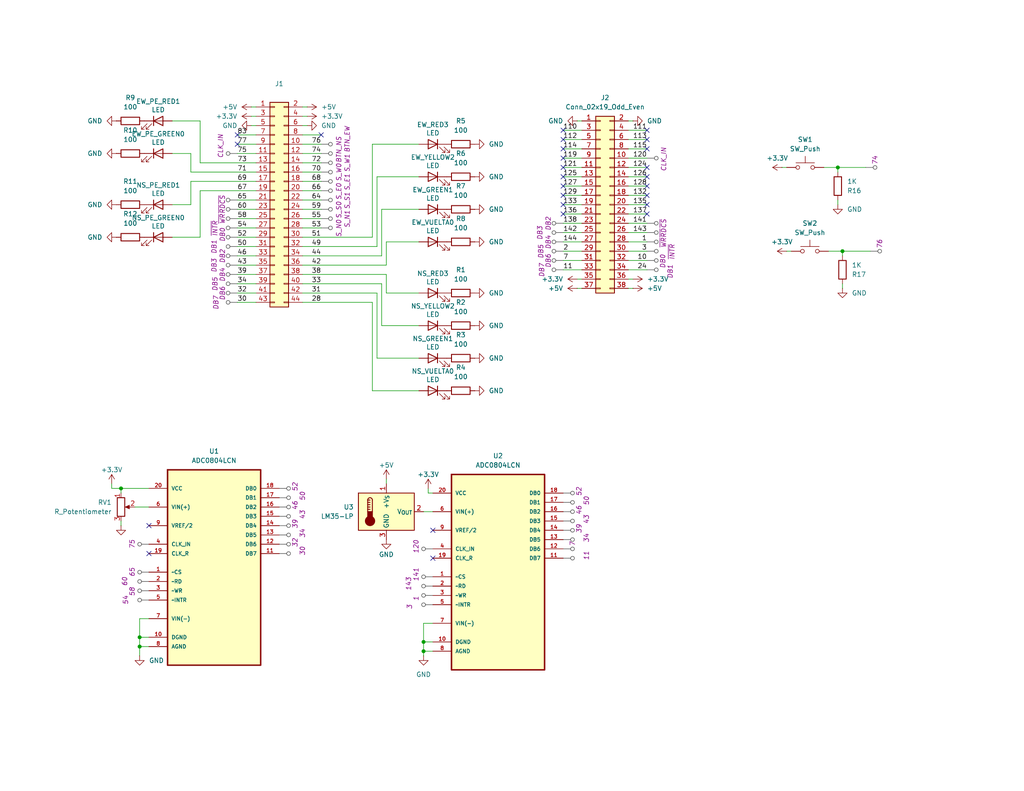
<source format=kicad_sch>
(kicad_sch (version 20231120) (generator "eeschema") (generator_version "8.0")
  (paper "USLetter")
  (title_block (title "Semaforo Inteligente"))
  (lib_symbols
    (symbol "ADC0804LCN:ADC0804LCN" (pin_names (offset 1.016))
      (property "Reference" "U" (at -5.8785 24.6338 0))
      (property "Value" "ADC0804LCN" (at -5.1859 -33.4032 0))
      (symbol "ADC0804LCN_0_0"
        (pin input line (at -17.78 -5.08 0) (length 5.08) (name "~CS") (number "1"))
        (pin passive line (at -17.78 -22.86 0) (length 5.08) (name "DGND") (number "10"))
        (pin passive line (at 17.78 0 180) (length 5.08) (name "DB7") (number "11"))
        (pin passive line (at 17.78 2.54 180) (length 5.08) (name "DB6") (number "12"))
        (pin passive line (at 17.78 5.08 180) (length 5.08) (name "DB5") (number "13"))
        (pin passive line (at 17.78 7.62 180) (length 5.08) (name "DB4") (number "14"))
        (pin passive line (at 17.78 10.16 180) (length 5.08) (name "DB3") (number "15"))
        (pin passive line (at 17.78 12.7 180) (length 5.08) (name "DB2") (number "16"))
        (pin passive line (at 17.78 15.24 180) (length 5.08) (name "DB1") (number "17"))
        (pin passive line (at 17.78 17.78 180) (length 5.08) (name "DB0") (number "18"))
        (pin input line (at -17.78 0 0) (length 5.08) (name "CLK_R") (number "19"))
        (pin input line (at -17.78 -7.62 0) (length 5.08) (name "~RD") (number "2"))
        (pin power_in line (at -17.78 17.78 0) (length 5.08) (name "VCC") (number "20"))
        (pin input line (at -17.78 -10.16 0) (length 5.08) (name "~WR") (number "3"))
        (pin input line (at -17.78 2.54 0) (length 5.08) (name "CLK_IN") (number "4"))
        (pin input line (at -17.78 -12.7 0) (length 5.08) (name "~INTR") (number "5"))
        (pin power_in line (at -17.78 12.7 0) (length 5.08) (name "VIN(+)") (number "6"))
        (pin power_in line (at -17.78 -17.78 0) (length 5.08) (name "VIN(-)") (number "7"))
        (pin passive line (at -17.78 -25.4 0) (length 5.08) (name "AGND") (number "8"))
        (pin input line (at -17.78 7.62 0) (length 5.08) (name "VREF/2") (number "9"))
      )
    )
    (symbol "Connector_Generic:Conn_02x19_Odd_Even" (pin_names (offset 1.016) hide)
      (property "Reference" "J" (at 1.27 25.4 0))
      (property "Value" "Conn_02x19_Odd_Even" (at 1.27 -25.4 0))
      (symbol "Conn_02x19_Odd_Even_1_1"
        (pin passive line (at -5.08 22.86 0) (length 3.81) (name "Pin_1") (number "1"))
        (pin passive line (at 7.62 12.7 180) (length 3.81) (name "Pin_10") (number "10"))
        (pin passive line (at -5.08 10.16 0) (length 3.81) (name "Pin_11") (number "11"))
        (pin passive line (at 7.62 10.16 180) (length 3.81) (name "Pin_12") (number "12"))
        (pin passive line (at -5.08 7.62 0) (length 3.81) (name "Pin_13") (number "13"))
        (pin passive line (at 7.62 7.62 180) (length 3.81) (name "Pin_14") (number "14"))
        (pin passive line (at -5.08 5.08 0) (length 3.81) (name "Pin_15") (number "15"))
        (pin passive line (at 7.62 5.08 180) (length 3.81) (name "Pin_16") (number "16"))
        (pin passive line (at -5.08 2.54 0) (length 3.81) (name "Pin_17") (number "17"))
        (pin passive line (at 7.62 2.54 180) (length 3.81) (name "Pin_18") (number "18"))
        (pin passive line (at -5.08 0 0) (length 3.81) (name "Pin_19") (number "19"))
        (pin passive line (at 7.62 22.86 180) (length 3.81) (name "Pin_2") (number "2"))
        (pin passive line (at 7.62 0 180) (length 3.81) (name "Pin_20") (number "20"))
        (pin passive line (at -5.08 -2.54 0) (length 3.81) (name "Pin_21") (number "21"))
        (pin passive line (at 7.62 -2.54 180) (length 3.81) (name "Pin_22") (number "22"))
        (pin passive line (at -5.08 -5.08 0) (length 3.81) (name "Pin_23") (number "23"))
        (pin passive line (at 7.62 -5.08 180) (length 3.81) (name "Pin_24") (number "24"))
        (pin passive line (at -5.08 -7.62 0) (length 3.81) (name "Pin_25") (number "25"))
        (pin passive line (at 7.62 -7.62 180) (length 3.81) (name "Pin_26") (number "26"))
        (pin passive line (at -5.08 -10.16 0) (length 3.81) (name "Pin_27") (number "27"))
        (pin passive line (at 7.62 -10.16 180) (length 3.81) (name "Pin_28") (number "28"))
        (pin passive line (at -5.08 -12.7 0) (length 3.81) (name "Pin_29") (number "29"))
        (pin passive line (at -5.08 20.32 0) (length 3.81) (name "Pin_3") (number "3"))
        (pin passive line (at 7.62 -12.7 180) (length 3.81) (name "Pin_30") (number "30"))
        (pin passive line (at -5.08 -15.24 0) (length 3.81) (name "Pin_31") (number "31"))
        (pin passive line (at 7.62 -15.24 180) (length 3.81) (name "Pin_32") (number "32"))
        (pin passive line (at -5.08 -17.78 0) (length 3.81) (name "Pin_33") (number "33"))
        (pin passive line (at 7.62 -17.78 180) (length 3.81) (name "Pin_34") (number "34"))
        (pin passive line (at -5.08 -20.32 0) (length 3.81) (name "Pin_35") (number "35"))
        (pin passive line (at 7.62 -20.32 180) (length 3.81) (name "Pin_36") (number "36"))
        (pin passive line (at -5.08 -22.86 0) (length 3.81) (name "Pin_37") (number "37"))
        (pin passive line (at 7.62 -22.86 180) (length 3.81) (name "Pin_38") (number "38"))
        (pin passive line (at 7.62 20.32 180) (length 3.81) (name "Pin_4") (number "4"))
        (pin passive line (at -5.08 17.78 0) (length 3.81) (name "Pin_5") (number "5"))
        (pin passive line (at 7.62 17.78 180) (length 3.81) (name "Pin_6") (number "6"))
        (pin passive line (at -5.08 15.24 0) (length 3.81) (name "Pin_7") (number "7"))
        (pin passive line (at 7.62 15.24 180) (length 3.81) (name "Pin_8") (number "8"))
        (pin passive line (at -5.08 12.7 0) (length 3.81) (name "Pin_9") (number "9"))
      )
    )
    (symbol "Connector_Generic:Conn_02x22_Odd_Even" (pin_names (offset 1.016) hide)
      (property "Reference" "J" (at 1.27 27.94 0))
      (property "Value" "Conn_02x22_Odd_Even" (at 1.27 -30.48 0))
      (symbol "Conn_02x22_Odd_Even_1_1"
        (pin passive line (at -5.08 25.4 0) (length 3.81) (name "Pin_1") (number "1"))
        (pin passive line (at 7.62 15.24 180) (length 3.81) (name "Pin_10") (number "10"))
        (pin passive line (at -5.08 12.7 0) (length 3.81) (name "Pin_11") (number "11"))
        (pin passive line (at 7.62 12.7 180) (length 3.81) (name "Pin_12") (number "12"))
        (pin passive line (at -5.08 10.16 0) (length 3.81) (name "Pin_13") (number "13"))
        (pin passive line (at 7.62 10.16 180) (length 3.81) (name "Pin_14") (number "14"))
        (pin passive line (at -5.08 7.62 0) (length 3.81) (name "Pin_15") (number "15"))
        (pin passive line (at 7.62 7.62 180) (length 3.81) (name "Pin_16") (number "16"))
        (pin passive line (at -5.08 5.08 0) (length 3.81) (name "Pin_17") (number "17"))
        (pin passive line (at 7.62 5.08 180) (length 3.81) (name "Pin_18") (number "18"))
        (pin passive line (at -5.08 2.54 0) (length 3.81) (name "Pin_19") (number "19"))
        (pin passive line (at 7.62 25.4 180) (length 3.81) (name "Pin_2") (number "2"))
        (pin passive line (at 7.62 2.54 180) (length 3.81) (name "Pin_20") (number "20"))
        (pin passive line (at -5.08 0 0) (length 3.81) (name "Pin_21") (number "21"))
        (pin passive line (at 7.62 0 180) (length 3.81) (name "Pin_22") (number "22"))
        (pin passive line (at -5.08 -2.54 0) (length 3.81) (name "Pin_23") (number "23"))
        (pin passive line (at 7.62 -2.54 180) (length 3.81) (name "Pin_24") (number "24"))
        (pin passive line (at -5.08 -5.08 0) (length 3.81) (name "Pin_25") (number "25"))
        (pin passive line (at 7.62 -5.08 180) (length 3.81) (name "Pin_26") (number "26"))
        (pin passive line (at -5.08 -7.62 0) (length 3.81) (name "Pin_27") (number "27"))
        (pin passive line (at 7.62 -7.62 180) (length 3.81) (name "Pin_28") (number "28"))
        (pin passive line (at -5.08 -10.16 0) (length 3.81) (name "Pin_29") (number "29"))
        (pin passive line (at -5.08 22.86 0) (length 3.81) (name "Pin_3") (number "3"))
        (pin passive line (at 7.62 -10.16 180) (length 3.81) (name "Pin_30") (number "30"))
        (pin passive line (at -5.08 -12.7 0) (length 3.81) (name "Pin_31") (number "31"))
        (pin passive line (at 7.62 -12.7 180) (length 3.81) (name "Pin_32") (number "32"))
        (pin passive line (at -5.08 -15.24 0) (length 3.81) (name "Pin_33") (number "33"))
        (pin passive line (at 7.62 -15.24 180) (length 3.81) (name "Pin_34") (number "34"))
        (pin passive line (at -5.08 -17.78 0) (length 3.81) (name "Pin_35") (number "35"))
        (pin passive line (at 7.62 -17.78 180) (length 3.81) (name "Pin_36") (number "36"))
        (pin passive line (at -5.08 -20.32 0) (length 3.81) (name "Pin_37") (number "37"))
        (pin passive line (at 7.62 -20.32 180) (length 3.81) (name "Pin_38") (number "38"))
        (pin passive line (at -5.08 -22.86 0) (length 3.81) (name "Pin_39") (number "39"))
        (pin passive line (at 7.62 22.86 180) (length 3.81) (name "Pin_4") (number "4"))
        (pin passive line (at 7.62 -22.86 180) (length 3.81) (name "Pin_40") (number "40"))
        (pin passive line (at -5.08 -25.4 0) (length 3.81) (name "Pin_41") (number "41"))
        (pin passive line (at 7.62 -25.4 180) (length 3.81) (name "Pin_42") (number "42"))
        (pin passive line (at -5.08 -27.94 0) (length 3.81) (name "Pin_43") (number "43"))
        (pin passive line (at 7.62 -27.94 180) (length 3.81) (name "Pin_44") (number "44"))
        (pin passive line (at -5.08 20.32 0) (length 3.81) (name "Pin_5") (number "5"))
        (pin passive line (at 7.62 20.32 180) (length 3.81) (name "Pin_6") (number "6"))
        (pin passive line (at -5.08 17.78 0) (length 3.81) (name "Pin_7") (number "7"))
        (pin passive line (at 7.62 17.78 180) (length 3.81) (name "Pin_8") (number "8"))
        (pin passive line (at -5.08 15.24 0) (length 3.81) (name "Pin_9") (number "9"))
      )
    )
    (symbol "Device:LED" (pin_numbers hide) (pin_names (offset 1.016) hide)
      (property "Reference" "D" (at 0 2.54 0))
      (property "Value" "LED" (at 0 -2.54 0))
      (symbol "LED_1_1"
        (pin passive line (at -3.81 0 0) (length 2.54) (name "K") (number "1"))
        (pin passive line (at 3.81 0 180) (length 2.54) (name "A") (number "2"))
      )
    )
    (symbol "Device:R" (pin_numbers hide) (pin_names (offset 0))
      (property "Reference" "R" (at 2.032 0 90))
      (property "Value" "R" (at 0 0 90))
      (symbol "R_1_1"
        (pin passive line (at 0 3.81 270) (length 1.27) (name "~") (number "1"))
        (pin passive line (at 0 -3.81 90) (length 1.27) (name "~") (number "2"))
      )
    )
    (symbol "Device:R_Potentiometer" (pin_names (offset 1.016) hide)
      (property "Reference" "RV" (at -4.445 0 90))
      (property "Value" "R_Potentiometer" (at -2.54 0 90))
      (symbol "R_Potentiometer_1_1"
        (pin passive line (at 0 3.81 270) (length 1.27) (name "1") (number "1"))
        (pin passive line (at 3.81 0 180) (length 1.27) (name "2") (number "2"))
        (pin passive line (at 0 -3.81 90) (length 1.27) (name "3") (number "3"))
      )
    )
    (symbol "Sensor_Temperature:LM35-LP"
      (property "Reference" "U" (at -6.35 6.35 0))
      (property "Value" "LM35-LP" (at 1.27 6.35 0))
      (symbol "LM35-LP_1_1"
        (pin power_in line (at 0 7.62 270) (length 2.54) (name "+V_{S}") (number "1"))
        (pin output line (at 10.16 0 180) (length 2.54) (name "V_{OUT}") (number "2"))
        (pin power_in line (at 0 -7.62 90) (length 2.54) (name "GND") (number "3"))
      )
    )
    (symbol "Switch:SW_Push" (pin_numbers hide) (pin_names (offset 1.016) hide)
      (property "Reference" "SW" (at 1.27 2.54 0))
      (property "Value" "SW_Push" (at 0 -1.524 0))
      (symbol "SW_Push_0_1"
        (pin passive line (at -5.08 0 0) (length 2.54) (name "1") (number "1"))
        (pin passive line (at 5.08 0 180) (length 2.54) (name "2") (number "2"))
      )
    )
    (symbol "power:+3.3V" (power) (pin_numbers hide) (pin_names (offset 0) hide)
      (property "Value" "+3.3V" (at 0 3.556 0))
      (symbol "+3.3V_1_1"
        (pin power_in line (at 0 0 90) (length 0) (name "~") (number "1"))
      )
    )
    (symbol "power:+5V" (power) (pin_numbers hide) (pin_names (offset 0) hide)
      (property "Value" "+5V" (at 0 3.556 0))
      (symbol "+5V_1_1"
        (pin power_in line (at 0 0 90) (length 0) (name "~") (number "1"))
      )
    )
    (symbol "power:GND" (power) (pin_numbers hide) (pin_names (offset 0) hide)
      (property "Value" "GND" (at 0 -3.81 0))
      (symbol "GND_1_1"
        (pin power_in line (at 0 0 270) (length 0) (name "~") (number "1"))
      )
    )
  )
  (junction (at 229.87 68.58))
  (junction (at 33.02 133.35))
  (junction (at 228.6 45.72))
  (junction (at 38.1 176.53))
  (junction (at 115.57 177.8))
  (junction (at 115.57 175.26))
  (junction (at 38.1 173.99))
  (no_connect (at 153.67 43.18))
  (no_connect (at 176.53 40.64))
  (no_connect (at 176.53 48.26))
  (no_connect (at 176.53 50.8))
  (no_connect (at 176.53 35.56))
  (no_connect (at 153.67 35.56))
  (no_connect (at 153.67 48.26))
  (no_connect (at 153.67 38.1))
  (no_connect (at 87.63 36.83))
  (no_connect (at 40.64 143.51))
  (no_connect (at 176.53 58.42))
  (no_connect (at 153.67 45.72))
  (no_connect (at 153.67 58.42))
  (no_connect (at 64.77 39.37))
  (no_connect (at 176.53 38.1))
  (no_connect (at 64.77 36.83))
  (no_connect (at 153.67 40.64))
  (no_connect (at 118.11 152.4))
  (no_connect (at 176.53 53.34))
  (no_connect (at 153.67 50.8))
  (no_connect (at 176.53 55.88))
  (no_connect (at 153.67 53.34))
  (no_connect (at 118.11 144.78))
  (no_connect (at 153.67 55.88))
  (no_connect (at 40.64 151.13))
  (no_connect (at 176.53 45.72))
  (wire (pts (xy 104.14 57.15) (xy 104.14 69.85)))
  (wire (pts (xy 68.58 34.29) (xy 69.85 34.29)))
  (wire (pts (xy 228.6 45.72) (xy 228.6 46.99)))
  (wire (pts (xy 46.99 33.02) (xy 54.61 33.02)))
  (wire (pts (xy 68.58 31.75) (xy 69.85 31.75)))
  (wire (pts (xy 64.77 54.61) (xy 69.85 54.61)))
  (wire (pts (xy 153.67 68.58) (xy 158.75 68.58)))
  (wire (pts (xy 64.77 80.01) (xy 69.85 80.01)))
  (wire (pts (xy 64.77 59.69) (xy 69.85 59.69)))
  (wire (pts (xy 153.67 38.1) (xy 158.75 38.1)))
  (wire (pts (xy 153.67 63.5) (xy 158.75 63.5)))
  (wire (pts (xy 214.63 68.58) (xy 215.9 68.58)))
  (wire (pts (xy 114.3 57.15) (xy 104.14 57.15)))
  (wire (pts (xy 87.63 57.15) (xy 82.55 57.15)))
  (wire (pts (xy 229.87 68.58) (xy 237.49 68.58)))
  (wire (pts (xy 157.48 76.2) (xy 158.75 76.2)))
  (wire (pts (xy 54.61 33.02) (xy 54.61 44.45)))
  (wire (pts (xy 176.53 60.96) (xy 171.45 60.96)))
  (wire (pts (xy 64.77 74.93) (xy 69.85 74.93)))
  (wire (pts (xy 82.55 41.91) (xy 87.63 41.91)))
  (wire (pts (xy 30.48 133.35) (xy 33.02 133.35)))
  (wire (pts (xy 115.57 139.7) (xy 118.11 139.7)))
  (wire (pts (xy 87.63 52.07) (xy 82.55 52.07)))
  (wire (pts (xy 46.99 41.91) (xy 52.07 41.91)))
  (wire (pts (xy 114.3 48.26) (xy 102.87 48.26)))
  (wire (pts (xy 176.53 73.66) (xy 171.45 73.66)))
  (wire (pts (xy 105.41 66.04) (xy 105.41 72.39)))
  (wire (pts (xy 83.82 31.75) (xy 82.55 31.75)))
  (wire (pts (xy 83.82 29.21) (xy 82.55 29.21)))
  (wire (pts (xy 101.6 106.68) (xy 101.6 82.55)))
  (wire (pts (xy 176.53 53.34) (xy 171.45 53.34)))
  (wire (pts (xy 33.02 133.35) (xy 40.64 133.35)))
  (wire (pts (xy 176.53 38.1) (xy 171.45 38.1)))
  (wire (pts (xy 115.57 177.8) (xy 115.57 175.26)))
  (wire (pts (xy 38.1 179.07) (xy 38.1 176.53)))
  (wire (pts (xy 33.02 142.24) (xy 33.02 143.51)))
  (wire (pts (xy 228.6 45.72) (xy 236.22 45.72)))
  (wire (pts (xy 114.3 88.9) (xy 104.14 88.9)))
  (wire (pts (xy 105.41 130.81) (xy 105.41 132.08)))
  (wire (pts (xy 224.79 45.72) (xy 228.6 45.72)))
  (wire (pts (xy 54.61 44.45) (xy 69.85 44.45)))
  (wire (pts (xy 105.41 80.01) (xy 105.41 74.93)))
  (wire (pts (xy 64.77 67.31) (xy 69.85 67.31)))
  (wire (pts (xy 52.07 41.91) (xy 52.07 46.99)))
  (wire (pts (xy 114.3 80.01) (xy 105.41 80.01)))
  (wire (pts (xy 171.45 33.02) (xy 172.72 33.02)))
  (wire (pts (xy 46.99 55.88) (xy 52.07 55.88)))
  (wire (pts (xy 114.3 97.79) (xy 102.87 97.79)))
  (wire (pts (xy 87.63 62.23) (xy 82.55 62.23)))
  (wire (pts (xy 226.06 68.58) (xy 229.87 68.58)))
  (wire (pts (xy 40.64 173.99) (xy 38.1 173.99)))
  (wire (pts (xy 229.87 78.74) (xy 229.87 77.47)))
  (wire (pts (xy 153.67 48.26) (xy 158.75 48.26)))
  (wire (pts (xy 176.53 55.88) (xy 171.45 55.88)))
  (wire (pts (xy 87.63 36.83) (xy 82.55 36.83)))
  (wire (pts (xy 38.1 173.99) (xy 38.1 168.91)))
  (wire (pts (xy 64.77 82.55) (xy 69.85 82.55)))
  (wire (pts (xy 157.48 33.02) (xy 158.75 33.02)))
  (wire (pts (xy 153.67 35.56) (xy 158.75 35.56)))
  (wire (pts (xy 176.53 68.58) (xy 171.45 68.58)))
  (wire (pts (xy 87.63 46.99) (xy 82.55 46.99)))
  (wire (pts (xy 64.77 77.47) (xy 69.85 77.47)))
  (wire (pts (xy 40.64 176.53) (xy 38.1 176.53)))
  (wire (pts (xy 114.3 106.68) (xy 101.6 106.68)))
  (wire (pts (xy 114.3 66.04) (xy 105.41 66.04)))
  (wire (pts (xy 64.77 57.15) (xy 69.85 57.15)))
  (wire (pts (xy 82.55 77.47) (xy 104.14 77.47)))
  (wire (pts (xy 116.84 134.62) (xy 116.84 133.35)))
  (wire (pts (xy 64.77 36.83) (xy 69.85 36.83)))
  (wire (pts (xy 176.53 43.18) (xy 171.45 43.18)))
  (wire (pts (xy 83.82 34.29) (xy 82.55 34.29)))
  (wire (pts (xy 87.63 59.69) (xy 82.55 59.69)))
  (wire (pts (xy 153.67 58.42) (xy 158.75 58.42)))
  (wire (pts (xy 153.67 40.64) (xy 158.75 40.64)))
  (wire (pts (xy 87.63 49.53) (xy 82.55 49.53)))
  (wire (pts (xy 176.53 45.72) (xy 171.45 45.72)))
  (wire (pts (xy 153.67 50.8) (xy 158.75 50.8)))
  (wire (pts (xy 82.55 67.31) (xy 102.87 67.31)))
  (wire (pts (xy 118.11 175.26) (xy 115.57 175.26)))
  (wire (pts (xy 213.36 45.72) (xy 214.63 45.72)))
  (wire (pts (xy 115.57 179.07) (xy 115.57 177.8)))
  (wire (pts (xy 176.53 48.26) (xy 171.45 48.26)))
  (wire (pts (xy 115.57 175.26) (xy 115.57 170.18)))
  (wire (pts (xy 52.07 49.53) (xy 69.85 49.53)))
  (wire (pts (xy 118.11 177.8) (xy 115.57 177.8)))
  (wire (pts (xy 153.67 60.96) (xy 158.75 60.96)))
  (wire (pts (xy 30.48 133.35) (xy 30.48 132.08)))
  (wire (pts (xy 38.1 168.91) (xy 40.64 168.91)))
  (wire (pts (xy 176.53 63.5) (xy 171.45 63.5)))
  (wire (pts (xy 176.53 40.64) (xy 171.45 40.64)))
  (wire (pts (xy 153.67 53.34) (xy 158.75 53.34)))
  (wire (pts (xy 33.02 133.35) (xy 33.02 134.62)))
  (wire (pts (xy 115.57 170.18) (xy 118.11 170.18)))
  (wire (pts (xy 64.77 69.85) (xy 69.85 69.85)))
  (wire (pts (xy 82.55 72.39) (xy 105.41 72.39)))
  (wire (pts (xy 153.67 73.66) (xy 158.75 73.66)))
  (wire (pts (xy 64.77 41.91) (xy 69.85 41.91)))
  (wire (pts (xy 229.87 68.58) (xy 229.87 69.85)))
  (wire (pts (xy 82.55 80.01) (xy 102.87 80.01)))
  (wire (pts (xy 153.67 43.18) (xy 158.75 43.18)))
  (wire (pts (xy 176.53 35.56) (xy 171.45 35.56)))
  (wire (pts (xy 102.87 97.79) (xy 102.87 80.01)))
  (wire (pts (xy 116.84 134.62) (xy 118.11 134.62)))
  (wire (pts (xy 82.55 82.55) (xy 101.6 82.55)))
  (wire (pts (xy 176.53 71.12) (xy 171.45 71.12)))
  (wire (pts (xy 157.48 78.74) (xy 158.75 78.74)))
  (wire (pts (xy 52.07 55.88) (xy 52.07 49.53)))
  (wire (pts (xy 54.61 64.77) (xy 54.61 52.07)))
  (wire (pts (xy 64.77 39.37) (xy 69.85 39.37)))
  (wire (pts (xy 171.45 78.74) (xy 172.72 78.74)))
  (wire (pts (xy 82.55 39.37) (xy 87.63 39.37)))
  (wire (pts (xy 38.1 176.53) (xy 38.1 173.99)))
  (wire (pts (xy 82.55 64.77) (xy 101.6 64.77)))
  (wire (pts (xy 101.6 39.37) (xy 101.6 64.77)))
  (wire (pts (xy 52.07 46.99) (xy 69.85 46.99)))
  (wire (pts (xy 102.87 48.26) (xy 102.87 67.31)))
  (wire (pts (xy 153.67 71.12) (xy 158.75 71.12)))
  (wire (pts (xy 54.61 52.07) (xy 69.85 52.07)))
  (wire (pts (xy 68.58 29.21) (xy 69.85 29.21)))
  (wire (pts (xy 82.55 69.85) (xy 104.14 69.85)))
  (wire (pts (xy 153.67 66.04) (xy 158.75 66.04)))
  (wire (pts (xy 64.77 62.23) (xy 69.85 62.23)))
  (wire (pts (xy 171.45 76.2) (xy 172.72 76.2)))
  (wire (pts (xy 36.83 138.43) (xy 40.64 138.43)))
  (wire (pts (xy 87.63 44.45) (xy 82.55 44.45)))
  (wire (pts (xy 104.14 88.9) (xy 104.14 77.47)))
  (wire (pts (xy 176.53 58.42) (xy 171.45 58.42)))
  (wire (pts (xy 114.3 39.37) (xy 101.6 39.37)))
  (wire (pts (xy 153.67 55.88) (xy 158.75 55.88)))
  (wire (pts (xy 46.99 64.77) (xy 54.61 64.77)))
  (wire (pts (xy 228.6 55.88) (xy 228.6 54.61)))
  (wire (pts (xy 64.77 64.77) (xy 69.85 64.77)))
  (wire (pts (xy 176.53 50.8) (xy 171.45 50.8)))
  (wire (pts (xy 64.77 72.39) (xy 69.85 72.39)))
  (wire (pts (xy 82.55 74.93) (xy 105.41 74.93)))
  (wire (pts (xy 87.63 54.61) (xy 82.55 54.61)))
  (wire (pts (xy 176.53 66.04) (xy 171.45 66.04)))
  (wire (pts (xy 153.67 45.72) (xy 158.75 45.72)))
  (label "54" (at 64.77 62.23 0))
  (label "128" (at 176.53 50.8 180))
  (label "68" (at 87.63 49.53 180))
  (label "133" (at 153.67 55.88 0))
  (label "125" (at 153.67 48.26 0))
  (label "42" (at 87.63 72.39 180))
  (label "124" (at 176.53 45.72 180))
  (label "113" (at 176.53 38.1 180))
  (label "66" (at 87.63 52.07 180))
  (label "71" (at 64.77 46.99 0))
  (label "76" (at 87.63 39.37 180))
  (label "64" (at 87.63 54.61 180))
  (label "50" (at 64.77 67.31 0))
  (label "3" (at 176.53 68.58 180))
  (label "137" (at 176.53 58.42 180))
  (label "120" (at 176.53 43.18 180))
  (label "10" (at 176.53 71.12 180))
  (label "142" (at 153.67 63.5 0))
  (label "138" (at 153.67 60.96 0))
  (label "43" (at 64.77 72.39 0))
  (label "44" (at 87.63 69.85 180))
  (label "38" (at 87.63 74.93 180))
  (label "28" (at 87.63 82.55 180))
  (label "11" (at 153.67 73.66 0))
  (label "121" (at 153.67 45.72 0))
  (label "110" (at 153.67 35.56 0))
  (label "112" (at 153.67 38.1 0))
  (label "119" (at 153.67 43.18 0))
  (label "24" (at 176.53 73.66 180))
  (label "1" (at 176.53 66.04 180))
  (label "67" (at 64.77 52.07 0))
  (label "126" (at 176.53 48.26 180))
  (label "55" (at 87.63 59.69 180))
  (label "65" (at 64.77 54.61 0))
  (label "135" (at 176.53 55.88 180))
  (label "51" (at 87.63 64.77 180))
  (label "49" (at 87.63 67.31 180))
  (label "34" (at 64.77 77.47 0))
  (label "143" (at 176.53 63.5 180))
  (label "114" (at 153.67 40.64 0))
  (label "69" (at 64.77 49.53 0))
  (label "70" (at 87.63 46.99 180))
  (label "115" (at 176.53 40.64 180))
  (label "2" (at 153.67 68.58 0))
  (label "46" (at 64.77 69.85 0))
  (label "72" (at 87.63 44.45 180))
  (label "39" (at 64.77 74.93 0))
  (label "52" (at 64.77 64.77 0))
  (label "141" (at 176.53 60.96 180))
  (label "60" (at 64.77 57.15 0))
  (label "144" (at 153.67 66.04 0))
  (label "111" (at 176.53 35.56 180))
  (label "7" (at 153.67 71.12 0))
  (label "77" (at 64.77 39.37 0))
  (label "127" (at 153.67 50.8 0))
  (label "31" (at 87.63 80.01 180))
  (label "53" (at 87.63 62.23 180))
  (label "30" (at 64.77 82.55 0))
  (label "74" (at 87.63 41.91 180))
  (label "129" (at 153.67 53.34 0))
  (label "75" (at 64.77 41.91 0))
  (label "33" (at 87.63 77.47 180))
  (label "83" (at 64.77 36.83 0))
  (label "58" (at 64.77 59.69 0))
  (label "132" (at 176.53 53.34 180))
  (label "32" (at 64.77 80.01 0))
  (label "136" (at 153.67 58.42 0))
  (label "73" (at 64.77 44.45 0))
  (label "59" (at 87.63 57.15 180))
  (netclass_flag "" (length 2.54) (shape round) (at 153.67 60.96 90) (property "Netclass" "DB2" (at 149.606 62.992 90) (effects (font (italic yes)) (justify left))))
  (netclass_flag "" (length 2.54) (shape round) (at 76.2 143.51 270) (property "Netclass" "39" (at 80.518 141.732 90) (effects (font (italic yes)) (justify right))))
  (netclass_flag "" (length 2.54) (shape round) (at 64.77 59.69 90) (property "Netclass" "~{WR}" (at 60.706 61.214 90) (effects (font (italic yes)) (justify left))))
  (netclass_flag "" (length 2.54) (shape round) (at 40.64 158.75 90) (property "Netclass" "60" (at 34.036 160.02 90) (effects (font (italic yes)) (justify left))))
  (netclass_flag "" (length 2.54) (shape round) (at 237.49 68.58 270) (property "Netclass" "76" (at 240.03 67.8815 90) (effects (font (italic yes)) (justify left))))
  (netclass_flag "" (length 2.54) (shape round) (at 87.63 49.53 270) (property "Netclass" "S_E1" (at 94.742 52.07 90) (effects (font (italic yes)) (justify left))))
  (netclass_flag "" (length 2.54) (shape round) (at 64.77 41.91 90) (property "Netclass" "CLK_IN" (at 60.198 43.18 90) (effects (font (italic yes)) (justify left))))
  (netclass_flag "" (length 2.54) (shape round) (at 176.53 66.04 270) (property "Netclass" "~{WR}" (at 181.102 64.77 90) (effects (font (italic yes)) (justify right))))
  (netclass_flag "" (length 2.54) (shape round) (at 153.67 147.32 270) (property "Netclass" "34" (at 160.02 145.542 90) (effects (font (italic yes)) (justify right))))
  (netclass_flag "" (length 2.54) (shape round) (at 176.53 73.66 270) (property "Netclass" "DB1" (at 182.88 72.136 90) (effects (font (italic yes)) (justify right))))
  (netclass_flag "" (length 2.54) (shape round) (at 76.2 148.59 270) (property "Netclass" "32" (at 80.518 146.812 90) (effects (font (italic yes)) (justify right))))
  (netclass_flag "" (length 2.54) (shape round) (at 236.22 45.72 270) (property "Netclass" "74" (at 238.76 45.0215 90) (effects (font (italic yes)) (justify left))))
  (netclass_flag "" (length 2.54) (shape round) (at 87.63 59.69 270) (property "Netclass" "S_N1" (at 94.742 62.23 90) (effects (font (italic yes)) (justify left))))
  (netclass_flag "" (length 2.54) (shape round) (at 64.77 69.85 90) (property "Netclass" "DB2" (at 60.706 71.882 90) (effects (font (italic yes)) (justify left))))
  (netclass_flag "" (length 2.54) (shape round) (at 40.64 161.29 90) (property "Netclass" "58" (at 36.068 162.814 90) (effects (font (italic yes)) (justify left))))
  (netclass_flag "" (length 2.54) (shape round) (at 153.67 149.86 270) (property "Netclass" "7" (at 156.21 149.1615 90) (effects (font (italic yes)) (justify left))))
  (netclass_flag "" (length 2.54) (shape round) (at 40.64 163.83 90) (property "Netclass" "54" (at 34.29 165.1 90) (effects (font (italic yes)) (justify left))))
  (netclass_flag "" (length 2.54) (shape round) (at 64.77 62.23 90) (property "Netclass" "~{INTR}" (at 58.674 64.516 90) (effects (font (italic yes)) (justify left))))
  (netclass_flag "" (length 2.54) (shape round) (at 76.2 138.43 270) (property "Netclass" "46" (at 80.518 136.652 90) (effects (font (italic yes)) (justify right))))
  (netclass_flag "" (length 2.54) (shape round) (at 87.63 46.99 270) (property "Netclass" "S_W0" (at 92.456 49.53 90) (effects (font (italic yes)) (justify left))))
  (netclass_flag "" (length 2.54) (shape round) (at 176.53 71.12 270) (property "Netclass" "DB0" (at 180.848 69.342 90) (effects (font (italic yes)) (justify right))))
  (netclass_flag "" (length 2.54) (shape round) (at 87.63 41.91 270) (property "Netclass" "BTN_NS" (at 92.456 44.45 90) (effects (font (italic yes)) (justify left))))
  (netclass_flag "" (length 2.54) (shape round) (at 153.67 66.04 90) (property "Netclass" "DB4" (at 149.606 68.072 90) (effects (font (italic yes)) (justify left))))
  (netclass_flag "" (length 2.54) (shape round) (at 153.67 71.12 90) (property "Netclass" "DB6" (at 149.606 73.152 90) (effects (font (italic yes)) (justify left))))
  (netclass_flag "" (length 2.54) (shape round) (at 64.77 54.61 90) (property "Netclass" "~{CS}" (at 60.706 55.88 90) (effects (font (italic yes)) (justify left))))
  (netclass_flag "" (length 2.54) (shape round) (at 64.77 74.93 90) (property "Netclass" "DB4" (at 60.706 76.962 90) (effects (font (italic yes)) (justify left))))
  (netclass_flag "" (length 2.54) (shape round) (at 76.2 146.05 270) (property "Netclass" "34" (at 82.55 144.272 90) (effects (font (italic yes)) (justify right))))
  (netclass_flag "" (length 2.54) (shape round) (at 76.2 151.13 270) (property "Netclass" "30" (at 82.55 149.098 90) (effects (font (italic yes)) (justify right))))
  (netclass_flag "" (length 2.54) (shape round) (at 153.67 142.24 270) (property "Netclass" "43" (at 160.02 140.462 90) (effects (font (italic yes)) (justify right))))
  (netclass_flag "" (length 2.54) (shape round) (at 76.2 140.97 270) (property "Netclass" "43" (at 82.55 139.192 90) (effects (font (italic yes)) (justify right))))
  (netclass_flag "" (length 2.54) (shape round) (at 87.63 52.07 270) (property "Netclass" "S_E0" (at 92.456 54.61 90) (effects (font (italic yes)) (justify left))))
  (netclass_flag "" (length 2.54) (shape round) (at 153.67 144.78 270) (property "Netclass" "39" (at 157.988 143.002 90) (effects (font (italic yes)) (justify right))))
  (netclass_flag "" (length 2.54) (shape round) (at 176.53 60.96 270) (property "Netclass" "~{CS}" (at 181.102 59.69 90) (effects (font (italic yes)) (justify right))))
  (netclass_flag "" (length 2.54) (shape round) (at 153.67 73.66 90) (property "Netclass" "DB7" (at 147.828 75.692 90) (effects (font (italic yes)) (justify left))))
  (netclass_flag "" (length 2.54) (shape round) (at 176.53 68.58 270) (property "Netclass" "~{INTR}" (at 183.388 66.548 90) (effects (font (italic yes)) (justify right))))
  (netclass_flag "" (length 2.54) (shape round) (at 118.11 157.48 90) (property "Netclass" "141" (at 113.538 158.75 90) (effects (font (italic yes)) (justify left))))
  (netclass_flag "" (length 2.54) (shape round) (at 153.67 68.58 90) (property "Netclass" "DB5" (at 147.574 70.612 90) (effects (font (italic yes)) (justify left))))
  (netclass_flag "" (length 2.54) (shape round) (at 118.11 149.86 90) (property "Netclass" "120" (at 113.538 151.13 90) (effects (font (italic yes)) (justify left))))
  (netclass_flag "" (length 2.54) (shape round) (at 64.77 67.31 90) (property "Netclass" "DB1" (at 58.42 69.342 90) (effects (font (italic yes)) (justify left))))
  (netclass_flag "" (length 2.54) (shape round) (at 87.63 57.15 270) (property "Netclass" "S_S0" (at 92.456 59.69 90) (effects (font (italic yes)) (justify left))))
  (netclass_flag "" (length 2.54) (shape round) (at 64.77 64.77 90) (property "Netclass" "DB0" (at 60.706 66.04 90) (effects (font (italic yes)) (justify left))))
  (netclass_flag "" (length 2.54) (shape round) (at 87.63 39.37 270) (property "Netclass" "BTN_EW" (at 94.742 41.656 90) (effects (font (italic yes)) (justify left))))
  (netclass_flag "" (length 2.54) (shape round) (at 176.53 43.18 270) (property "Netclass" "CLK_IN" (at 181.102 40.132 90) (effects (font (italic yes)) (justify right))))
  (netclass_flag "" (length 2.54) (shape round) (at 64.77 72.39 90) (property "Netclass" "DB3" (at 58.42 74.422 90) (effects (font (italic yes)) (justify left))))
  (netclass_flag "" (length 2.54) (shape round) (at 87.63 54.61 270) (property "Netclass" "S_S1" (at 94.742 57.15 90) (effects (font (italic yes)) (justify left))))
  (netclass_flag "" (length 2.54) (shape round) (at 118.11 162.56 90) (property "Netclass" "1" (at 113.538 164.084 90) (effects (font (italic yes)) (justify left))))
  (netclass_flag "" (length 2.54) (shape round) (at 40.64 148.59 90) (property "Netclass" "75" (at 36.068 149.86 90) (effects (font (italic yes)) (justify left))))
  (netclass_flag "" (length 2.54) (shape round) (at 76.2 133.35 270) (property "Netclass" "52" (at 80.518 131.572 90) (effects (font (italic yes)) (justify right))))
  (netclass_flag "" (length 2.54) (shape round) (at 118.11 165.1 90) (property "Netclass" "3" (at 111.76 166.37 90) (effects (font (italic yes)) (justify left))))
  (netclass_flag "" (length 2.54) (shape round) (at 153.67 139.7 270) (property "Netclass" "46" (at 157.988 137.922 90) (effects (font (italic yes)) (justify right))))
  (netclass_flag "" (length 2.54) (shape round) (at 153.67 137.16 270) (property "Netclass" "50" (at 160.02 135.382 90) (effects (font (italic yes)) (justify right))))
  (netclass_flag "" (length 2.54) (shape round) (at 64.77 77.47 90) (property "Netclass" "DB5" (at 58.674 79.502 90) (effects (font (italic yes)) (justify left))))
  (netclass_flag "" (length 2.54) (shape round) (at 40.64 156.21 90) (property "Netclass" "65" (at 36.068 157.48 90) (effects (font (italic yes)) (justify left))))
  (netclass_flag "" (length 2.54) (shape round) (at 176.53 63.5 270) (property "Netclass" "~{RD}" (at 181.102 62.23 90) (effects (font (italic yes)) (justify right))))
  (netclass_flag "" (length 2.54) (shape round) (at 118.11 160.02 90) (property "Netclass" "143" (at 111.506 161.29 90) (effects (font (italic yes)) (justify left))))
  (netclass_flag "" (length 2.54) (shape round) (at 87.63 44.45 270) (property "Netclass" "S_W1" (at 94.742 46.99 90) (effects (font (italic yes)) (justify left))))
  (netclass_flag "" (length 2.54) (shape round) (at 153.67 134.62 270) (property "Netclass" "52" (at 157.988 132.842 90) (effects (font (italic yes)) (justify right))))
  (netclass_flag "" (length 2.54) (shape round) (at 87.63 62.23 270) (property "Netclass" "S_N0" (at 92.456 64.77 90) (effects (font (italic yes)) (justify left))))
  (netclass_flag "" (length 2.54) (shape round) (at 64.77 80.01 90) (property "Netclass" "DB6" (at 60.706 82.042 90) (effects (font (italic yes)) (justify left))))
  (netclass_flag "" (length 2.54) (shape round) (at 153.67 152.4 270) (property "Netclass" "11" (at 160.02 150.368 90) (effects (font (italic yes)) (justify right))))
  (netclass_flag "" (length 2.54) (shape round) (at 153.67 63.5 90) (property "Netclass" "DB3" (at 147.32 65.532 90) (effects (font (italic yes)) (justify left))))
  (netclass_flag "" (length 2.54) (shape round) (at 64.77 57.15 90) (property "Netclass" "~{RD}" (at 60.706 58.42 90) (effects (font (italic yes)) (justify left))))
  (netclass_flag "" (length 2.54) (shape round) (at 76.2 135.89 270) (property "Netclass" "50" (at 82.55 134.112 90) (effects (font (italic yes)) (justify right))))
  (netclass_flag "" (length 2.54) (shape round) (at 64.77 82.55 90) (property "Netclass" "DB7" (at 58.928 84.582 90) (effects (font (italic yes)) (justify left))))
  (symbol (lib_id "power:GND") (at 38.1 179.07 0) (unit 1)
    (property "Reference" "#PWR09" (effects (hide yes)))
    (property "Value" "GND" (at 40.64 180.3399 0) (effects (justify left)))
    (property "Description" "Power symbol creates a global label with name \"GND\" , ground" (effects (hide yes)))
  )
  (symbol (lib_id "power:+3.3V") (at 157.48 76.2 90) (unit 1)
    (property "Reference" "#PWR037" (effects (hide yes)))
    (property "Value" "+3.3V" (at 153.67 76.1999 90) (effects (justify left)))
    (property "Description" "Power symbol creates a global label with name \"+3.3V\"" (effects (hide yes)))
  )
  (symbol (lib_id "Device:R") (at 125.73 48.26 270) (unit 1)
    (property "Reference" "R6" (at 125.73 41.91 90))
    (property "Value" "100" (at 125.73 44.45 90))
    (property "Description" "Resistor" (effects (hide yes)))
  )
  (symbol (lib_id "power:+5V") (at 157.48 78.74 90) (unit 1)
    (property "Reference" "#PWR035" (effects (hide yes)))
    (property "Value" "+5V" (at 153.67 78.7399 90) (effects (justify left)))
    (property "Description" "Power symbol creates a global label with name \"+5V\"" (effects (hide yes)))
  )
  (symbol (lib_id "Sensor_Temperature:LM35-LP") (at 105.41 139.7 0) (unit 1)
    (property "Reference" "U3" (at 96.52 138.4299 0) (effects (justify right)))
    (property "Value" "LM35-LP" (at 96.52 140.9699 0) (effects (justify right)))
    (property "Footprint" "Package_TO_SOT_THT:TO-92_Inline" (effects (hide yes)))
    (property "Datasheet" "http://www.ti.com/lit/ds/symlink/lm35.pdf" (effects (hide yes)))
    (property "Description" "Precision centigrade temperature sensor, TO-92" (effects (hide yes)))
  )
  (symbol (lib_id "power:GND") (at 129.54 97.79 90) (unit 1)
    (property "Reference" "#PWR013" (effects (hide yes)))
    (property "Value" "GND" (at 133.35 97.7899 90) (effects (justify right)))
    (property "Description" "Power symbol creates a global label with name \"GND\" , ground" (effects (hide yes)))
  )
  (symbol (lib_id "power:GND") (at 31.75 41.91 270) (mirror x) (unit 1)
    (property "Reference" "#PWR020" (effects (hide yes)))
    (property "Value" "GND" (at 27.94 41.9099 90) (effects (justify right)))
    (property "Description" "Power symbol creates a global label with name \"GND\" , ground" (effects (hide yes)))
  )
  (symbol (lib_id "ADC0804LCN:ADC0804LCN") (at 58.42 151.13 0) (unit 1)
    (property "Reference" "U1" (at 58.42 123.19 0))
    (property "Value" "ADC0804LCN" (at 58.42 125.73 0))
    (property "Footprint" "ADC0804LCN:DIP254P762X508-20" (effects (hide yes)))
    (property "MF" "Texas Instruments" (effects (hide yes)))
    (property "Description_1" "\n                        \n                            8 Bit Analog to Digital Converter 1 Input 1 SAR 20-PDIP\n                        \n" (effects (hide yes)))
    (property "PACKAGE" "20-DIP" (effects (hide yes)))
    (property "MPN" "ADC0804LCN" (effects (hide yes)))
    (property "Price" "None" (effects (hide yes)))
    (property "Package" "DIP-20 Texas Instruments" (effects (hide yes)))
    (property "OC_FARNELL" "9486593" (effects (hide yes)))
    (property "SnapEDA_Link" "https://www.snapeda.com/parts/ADC0804LCN/Texas+Instruments/view-part/?ref=snap" (effects (hide yes)))
    (property "MP" "ADC0804LCN" (effects (hide yes)))
    (property "SUPPLIER" "National Semiconductor" (effects (hide yes)))
    (property "OC_NEWARK" "07B4596" (effects (hide yes)))
    (property "Availability" "In Stock" (effects (hide yes)))
    (property "Check_prices" "https://www.snapeda.com/parts/ADC0804LCN/Texas+Instruments/view-part/?ref=eda" (effects (hide yes)))
  )
  (symbol (lib_id "Device:LED") (at 118.11 106.68 0) (mirror y) (unit 1)
    (property "Reference" "NS_VUELTA0" (at 118.11 101.346 0))
    (property "Value" "LED" (at 118.11 103.632 0))
    (property "Description" "Light emitting diode" (effects (hide yes)))
  )
  (symbol (lib_id "power:+3.3V") (at 214.63 68.58 90) (unit 1)
    (property "Reference" "#PWR029" (effects (hide yes)))
    (property "Value" "+3.3V" (at 213.36 66.04 90))
    (property "Description" "Power symbol creates a global label with name \"+3.3V\"" (effects (hide yes)))
  )
  (symbol (lib_id "Device:LED") (at 118.11 48.26 0) (mirror y) (unit 1)
    (property "Reference" "EW_YELLOW2" (at 118.11 42.926 0))
    (property "Value" "LED" (at 118.11 45.212 0))
    (property "Description" "Light emitting diode" (effects (hide yes)))
  )
  (symbol (lib_id "Switch:SW_Push") (at 220.98 68.58 0) (unit 1)
    (property "Reference" "SW2" (at 220.98 60.96 0))
    (property "Value" "SW_Push" (at 220.98 63.5 0))
    (property "Description" "Push button switch, generic, two pins" (effects (hide yes)))
  )
  (symbol (lib_id "Device:R") (at 35.56 33.02 90) (mirror x) (unit 1)
    (property "Reference" "R9" (at 35.56 26.67 90))
    (property "Value" "100" (at 35.56 29.21 90))
    (property "Description" "Resistor" (effects (hide yes)))
  )
  (symbol (lib_id "Device:R") (at 35.56 64.77 90) (mirror x) (unit 1)
    (property "Reference" "R12" (at 35.56 58.42 90))
    (property "Value" "100" (at 35.56 60.96 90))
    (property "Description" "Resistor" (effects (hide yes)))
  )
  (symbol (lib_id "power:+3.3V") (at 172.72 76.2 270) (mirror x) (unit 1)
    (property "Reference" "#PWR038" (effects (hide yes)))
    (property "Value" "+3.3V" (at 176.53 76.1999 90) (effects (justify left)))
    (property "Description" "Power symbol creates a global label with name \"+3.3V\"" (effects (hide yes)))
  )
  (symbol (lib_id "power:+5V") (at 83.82 29.21 270) (mirror x) (unit 1)
    (property "Reference" "#PWR04" (effects (hide yes)))
    (property "Value" "+5V" (at 87.63 29.2099 90) (effects (justify left)))
    (property "Description" "Power symbol creates a global label with name \"+5V\"" (effects (hide yes)))
  )
  (symbol (lib_id "power:GND") (at 229.87 78.74 0) (mirror y) (unit 1)
    (property "Reference" "#PWR026" (effects (hide yes)))
    (property "Value" "GND" (at 232.41 80.0101 0) (effects (justify right)))
    (property "Description" "Power symbol creates a global label with name \"GND\" , ground" (effects (hide yes)))
  )
  (symbol (lib_id "power:GND") (at 228.6 55.88 0) (mirror y) (unit 1)
    (property "Reference" "#PWR027" (effects (hide yes)))
    (property "Value" "GND" (at 231.14 57.1501 0) (effects (justify right)))
    (property "Description" "Power symbol creates a global label with name \"GND\" , ground" (effects (hide yes)))
  )
  (symbol (lib_id "Device:LED") (at 118.11 66.04 0) (mirror y) (unit 1)
    (property "Reference" "EW_VUELTA0" (at 118.11 60.706 0))
    (property "Value" "LED" (at 118.11 62.992 0))
    (property "Description" "Light emitting diode" (effects (hide yes)))
  )
  (symbol (lib_id "power:+5V") (at 105.41 130.81 0) (unit 1)
    (property "Reference" "#PWR032" (effects (hide yes)))
    (property "Value" "+5V" (at 105.41 127 0))
    (property "Description" "Power symbol creates a global label with name \"+5V\"" (effects (hide yes)))
  )
  (symbol (lib_id "Device:R") (at 229.87 73.66 0) (mirror x) (unit 1)
    (property "Reference" "R17" (at 232.41 74.9301 0) (effects (justify left)))
    (property "Value" "1K" (at 232.41 72.3901 0) (effects (justify left)))
    (property "Description" "Resistor" (effects (hide yes)))
  )
  (symbol (lib_id "Device:R") (at 228.6 50.8 0) (mirror x) (unit 1)
    (property "Reference" "R16" (at 231.14 52.0701 0) (effects (justify left)))
    (property "Value" "1K" (at 231.14 49.5301 0) (effects (justify left)))
    (property "Description" "Resistor" (effects (hide yes)))
  )
  (symbol (lib_id "power:+3.3V") (at 83.82 31.75 270) (mirror x) (unit 1)
    (property "Reference" "#PWR05" (effects (hide yes)))
    (property "Value" "+3.3V" (at 87.63 31.7499 90) (effects (justify left)))
    (property "Description" "Power symbol creates a global label with name \"+3.3V\"" (effects (hide yes)))
  )
  (symbol (lib_id "power:GND") (at 83.82 34.29 90) (mirror x) (unit 1)
    (property "Reference" "#PWR06" (effects (hide yes)))
    (property "Value" "GND" (at 87.63 34.2899 90) (effects (justify right)))
    (property "Description" "Power symbol creates a global label with name \"GND\" , ground" (effects (hide yes)))
  )
  (symbol (lib_id "power:GND") (at 68.58 34.29 270) (unit 1)
    (property "Reference" "#PWR01" (effects (hide yes)))
    (property "Value" "GND" (at 64.77 34.2899 90) (effects (justify right)))
    (property "Description" "Power symbol creates a global label with name \"GND\" , ground" (effects (hide yes)))
  )
  (symbol (lib_id "power:GND") (at 31.75 55.88 270) (mirror x) (unit 1)
    (property "Reference" "#PWR021" (effects (hide yes)))
    (property "Value" "GND" (at 27.94 55.8799 90) (effects (justify right)))
    (property "Description" "Power symbol creates a global label with name \"GND\" , ground" (effects (hide yes)))
  )
  (symbol (lib_id "power:GND") (at 115.57 179.07 0) (unit 1)
    (property "Reference" "#PWR031" (effects (hide yes)))
    (property "Value" "GND" (at 115.57 184.15 0))
    (property "Description" "Power symbol creates a global label with name \"GND\" , ground" (effects (hide yes)))
  )
  (symbol (lib_id "power:GND") (at 33.02 143.51 0) (unit 1)
    (property "Reference" "#PWR08" (effects (hide yes)))
    (property "Value" "GND" (effects (hide yes)))
    (property "Description" "Power symbol creates a global label with name \"GND\" , ground" (effects (hide yes)))
  )
  (symbol (lib_id "power:GND") (at 31.75 33.02 270) (mirror x) (unit 1)
    (property "Reference" "#PWR019" (effects (hide yes)))
    (property "Value" "GND" (at 27.94 33.0199 90) (effects (justify right)))
    (property "Description" "Power symbol creates a global label with name \"GND\" , ground" (effects (hide yes)))
  )
  (symbol (lib_id "power:GND") (at 31.75 64.77 270) (mirror x) (unit 1)
    (property "Reference" "#PWR022" (effects (hide yes)))
    (property "Value" "GND" (at 27.94 64.7699 90) (effects (justify right)))
    (property "Description" "Power symbol creates a global label with name \"GND\" , ground" (effects (hide yes)))
  )
  (symbol (lib_id "power:GND") (at 105.41 147.32 0) (unit 1)
    (property "Reference" "#PWR030" (effects (hide yes)))
    (property "Value" "GND" (at 105.41 151.384 0))
    (property "Description" "Power symbol creates a global label with name \"GND\" , ground" (effects (hide yes)))
  )
  (symbol (lib_id "power:+3.3V") (at 30.48 132.08 0) (unit 1)
    (property "Reference" "#PWR07" (effects (hide yes)))
    (property "Value" "+3.3V" (at 30.48 128.27 0))
    (property "Description" "Power symbol creates a global label with name \"+3.3V\"" (effects (hide yes)))
  )
  (symbol (lib_id "Device:R") (at 125.73 57.15 270) (unit 1)
    (property "Reference" "R7" (at 125.73 50.8 90))
    (property "Value" "100" (at 125.73 53.34 90))
    (property "Description" "Resistor" (effects (hide yes)))
  )
  (symbol (lib_id "Device:R") (at 35.56 55.88 90) (mirror x) (unit 1)
    (property "Reference" "R11" (at 35.56 49.53 90))
    (property "Value" "100" (at 35.56 52.07 90))
    (property "Description" "Resistor" (effects (hide yes)))
  )
  (symbol (lib_id "Device:LED") (at 118.11 97.79 0) (mirror y) (unit 1)
    (property "Reference" "NS_GREEN1" (at 118.11 92.456 0))
    (property "Value" "LED" (at 118.11 94.742 0))
    (property "Description" "Light emitting diode" (effects (hide yes)))
  )
  (symbol (lib_id "Device:LED") (at 43.18 64.77 0) (unit 1)
    (property "Reference" "NS_PE_GREEN0" (at 43.18 59.436 0))
    (property "Value" "LED" (at 43.18 61.722 0))
    (property "Description" "Light emitting diode" (effects (hide yes)))
  )
  (symbol (lib_id "Device:R") (at 35.56 41.91 90) (mirror x) (unit 1)
    (property "Reference" "R10" (at 35.56 35.56 90))
    (property "Value" "100" (at 35.56 38.1 90))
    (property "Description" "Resistor" (effects (hide yes)))
  )
  (symbol (lib_id "power:+5V") (at 68.58 29.21 90) (unit 1)
    (property "Reference" "#PWR02" (effects (hide yes)))
    (property "Value" "+5V" (at 64.77 29.2099 90) (effects (justify left)))
    (property "Description" "Power symbol creates a global label with name \"+5V\"" (effects (hide yes)))
  )
  (symbol (lib_id "Device:LED") (at 118.11 39.37 0) (mirror y) (unit 1)
    (property "Reference" "EW_RED3" (at 118.11 34.036 0))
    (property "Value" "LED" (at 118.11 36.322 0))
    (property "Description" "Light emitting diode" (effects (hide yes)))
  )
  (symbol (lib_id "power:+3.3V") (at 213.36 45.72 90) (unit 1)
    (property "Reference" "#PWR028" (effects (hide yes)))
    (property "Value" "+3.3V" (at 212.09 43.18 90))
    (property "Description" "Power symbol creates a global label with name \"+3.3V\"" (effects (hide yes)))
  )
  (symbol (lib_id "Device:R") (at 125.73 106.68 270) (unit 1)
    (property "Reference" "R4" (at 125.73 100.33 90))
    (property "Value" "100" (at 125.73 102.87 90))
    (property "Description" "Resistor" (effects (hide yes)))
  )
  (symbol (lib_id "power:GND") (at 129.54 66.04 90) (unit 1)
    (property "Reference" "#PWR018" (effects (hide yes)))
    (property "Value" "GND" (at 133.35 66.0399 90) (effects (justify right)))
    (property "Description" "Power symbol creates a global label with name \"GND\" , ground" (effects (hide yes)))
  )
  (symbol (lib_id "Connector_Generic:Conn_02x22_Odd_Even") (at 74.93 54.61 0) (unit 1)
    (property "Reference" "J1" (at 76.2 22.86 0))
    (property "Value" "Ciclone IV" (effects (hide yes)))
    (property "Description" "Generic connector, double row, 02x22, odd/even pin numbering scheme (row 1 odd numbers, row 2 even numbers), script generated (kicad-library-utils/schlib/autogen/connector/)" (effects (hide yes)))
  )
  (symbol (lib_id "power:GND") (at 129.54 106.68 90) (unit 1)
    (property "Reference" "#PWR014" (effects (hide yes)))
    (property "Value" "GND" (at 133.35 106.6799 90) (effects (justify right)))
    (property "Description" "Power symbol creates a global label with name \"GND\" , ground" (effects (hide yes)))
  )
  (symbol (lib_id "Device:LED") (at 118.11 88.9 0) (mirror y) (unit 1)
    (property "Reference" "NS_YELLOW2" (at 118.11 83.566 0))
    (property "Value" "LED" (at 118.11 85.852 0))
    (property "Description" "Light emitting diode" (effects (hide yes)))
  )
  (symbol (lib_id "ADC0804LCN:ADC0804LCN") (at 135.89 152.4 0) (unit 1)
    (property "Reference" "U2" (at 135.89 124.46 0))
    (property "Value" "ADC0804LCN" (at 135.89 127 0))
    (property "Footprint" "ADC0804LCN:DIP254P762X508-20" (effects (hide yes)))
    (property "MF" "Texas Instruments" (effects (hide yes)))
    (property "Description_1" "\n                        \n                            8 Bit Analog to Digital Converter 1 Input 1 SAR 20-PDIP\n                        \n" (effects (hide yes)))
    (property "PACKAGE" "20-DIP" (effects (hide yes)))
    (property "MPN" "ADC0804LCN" (effects (hide yes)))
    (property "Price" "None" (effects (hide yes)))
    (property "Package" "DIP-20 Texas Instruments" (effects (hide yes)))
    (property "OC_FARNELL" "9486593" (effects (hide yes)))
    (property "SnapEDA_Link" "https://www.snapeda.com/parts/ADC0804LCN/Texas+Instruments/view-part/?ref=snap" (effects (hide yes)))
    (property "MP" "ADC0804LCN" (effects (hide yes)))
    (property "SUPPLIER" "National Semiconductor" (effects (hide yes)))
    (property "OC_NEWARK" "07B4596" (effects (hide yes)))
    (property "Availability" "In Stock" (effects (hide yes)))
    (property "Check_prices" "https://www.snapeda.com/parts/ADC0804LCN/Texas+Instruments/view-part/?ref=eda" (effects (hide yes)))
  )
  (symbol (lib_id "power:+3.3V") (at 68.58 31.75 90) (unit 1)
    (property "Reference" "#PWR03" (effects (hide yes)))
    (property "Value" "+3.3V" (at 64.77 31.7499 90) (effects (justify left)))
    (property "Description" "Power symbol creates a global label with name \"+3.3V\"" (effects (hide yes)))
  )
  (symbol (lib_id "Device:R_Potentiometer") (at 33.02 138.43 0) (unit 1)
    (property "Reference" "RV1" (at 30.48 137.1599 0) (effects (justify right)))
    (property "Value" "R_Potentiometer" (at 30.48 139.6999 0) (effects (justify right)))
    (property "Description" "Potentiometer" (effects (hide yes)))
  )
  (symbol (lib_id "power:+5V") (at 172.72 78.74 270) (mirror x) (unit 1)
    (property "Reference" "#PWR036" (effects (hide yes)))
    (property "Value" "+5V" (at 176.53 78.7399 90) (effects (justify left)))
    (property "Description" "Power symbol creates a global label with name \"+5V\"" (effects (hide yes)))
  )
  (symbol (lib_id "power:GND") (at 129.54 88.9 90) (unit 1)
    (property "Reference" "#PWR012" (effects (hide yes)))
    (property "Value" "GND" (at 133.35 88.8999 90) (effects (justify right)))
    (property "Description" "Power symbol creates a global label with name \"GND\" , ground" (effects (hide yes)))
  )
  (symbol (lib_id "Device:LED") (at 43.18 41.91 0) (unit 1)
    (property "Reference" "EW_PE_GREEN0" (at 43.18 36.576 0))
    (property "Value" "LED" (at 43.18 38.862 0))
    (property "Description" "Light emitting diode" (effects (hide yes)))
  )
  (symbol (lib_id "power:GND") (at 129.54 48.26 90) (unit 1)
    (property "Reference" "#PWR016" (effects (hide yes)))
    (property "Value" "GND" (at 133.35 48.2599 90) (effects (justify right)))
    (property "Description" "Power symbol creates a global label with name \"GND\" , ground" (effects (hide yes)))
  )
  (symbol (lib_id "power:+3.3V") (at 116.84 133.35 0) (unit 1)
    (property "Reference" "#PWR010" (effects (hide yes)))
    (property "Value" "+3.3V" (at 116.84 129.54 0))
    (property "Description" "Power symbol creates a global label with name \"+3.3V\"" (effects (hide yes)))
  )
  (symbol (lib_id "Device:LED") (at 43.18 55.88 0) (unit 1)
    (property "Reference" "NS_PE_RED1" (at 43.18 50.546 0))
    (property "Value" "LED" (at 43.18 52.832 0))
    (property "Description" "Light emitting diode" (effects (hide yes)))
  )
  (symbol (lib_id "Switch:SW_Push") (at 219.71 45.72 0) (unit 1)
    (property "Reference" "SW1" (at 219.71 38.1 0))
    (property "Value" "SW_Push" (at 219.71 40.64 0))
    (property "Description" "Push button switch, generic, two pins" (effects (hide yes)))
  )
  (symbol (lib_id "power:GND") (at 129.54 39.37 90) (unit 1)
    (property "Reference" "#PWR015" (effects (hide yes)))
    (property "Value" "GND" (at 133.35 39.3699 90) (effects (justify right)))
    (property "Description" "Power symbol creates a global label with name \"GND\" , ground" (effects (hide yes)))
  )
  (symbol (lib_id "Device:R") (at 125.73 88.9 270) (unit 1)
    (property "Reference" "R2" (at 125.73 82.55 90))
    (property "Value" "100" (at 125.73 85.09 90))
    (property "Description" "Resistor" (effects (hide yes)))
  )
  (symbol (lib_id "Device:R") (at 125.73 97.79 270) (unit 1)
    (property "Reference" "R3" (at 125.73 91.44 90))
    (property "Value" "100" (at 125.73 93.98 90))
    (property "Description" "Resistor" (effects (hide yes)))
  )
  (symbol (lib_id "Device:LED") (at 118.11 80.01 0) (mirror y) (unit 1)
    (property "Reference" "NS_RED3" (at 118.11 74.676 0))
    (property "Value" "LED" (at 118.11 76.962 0))
    (property "Description" "Light emitting diode" (effects (hide yes)))
  )
  (symbol (lib_id "Device:R") (at 125.73 66.04 270) (unit 1)
    (property "Reference" "R8" (at 125.73 59.69 90))
    (property "Value" "100" (at 125.73 62.23 90))
    (property "Description" "Resistor" (effects (hide yes)))
  )
  (symbol (lib_id "Device:LED") (at 43.18 33.02 0) (unit 1)
    (property "Reference" "EW_PE_RED1" (at 43.18 27.686 0))
    (property "Value" "LED" (at 43.18 29.972 0))
    (property "Description" "Light emitting diode" (effects (hide yes)))
  )
  (symbol (lib_id "Connector_Generic:Conn_02x19_Odd_Even") (at 163.83 55.88 0) (unit 1)
    (property "Reference" "J2" (at 165.1 26.67 0))
    (property "Value" "Conn_02x19_Odd_Even" (at 165.1 29.21 0))
    (property "Description" "Generic connector, double row, 02x19, odd/even pin numbering scheme (row 1 odd numbers, row 2 even numbers), script generated (kicad-library-utils/schlib/autogen/connector/)" (effects (hide yes)))
  )
  (symbol (lib_id "Device:LED") (at 118.11 57.15 0) (mirror y) (unit 1)
    (property "Reference" "EW_GREEN1" (at 118.11 51.816 0))
    (property "Value" "LED" (at 118.11 54.102 0))
    (property "Description" "Light emitting diode" (effects (hide yes)))
  )
  (symbol (lib_id "Device:R") (at 125.73 80.01 270) (unit 1)
    (property "Reference" "R1" (at 125.73 73.66 90))
    (property "Value" "100" (at 125.73 76.2 90))
    (property "Description" "Resistor" (effects (hide yes)))
  )
  (symbol (lib_id "power:GND") (at 129.54 57.15 90) (unit 1)
    (property "Reference" "#PWR017" (effects (hide yes)))
    (property "Value" "GND" (at 133.35 57.1499 90) (effects (justify right)))
    (property "Description" "Power symbol creates a global label with name \"GND\" , ground" (effects (hide yes)))
  )
  (symbol (lib_id "power:GND") (at 129.54 80.01 90) (unit 1)
    (property "Reference" "#PWR011" (effects (hide yes)))
    (property "Value" "GND" (at 133.35 80.0099 90) (effects (justify right)))
    (property "Description" "Power symbol creates a global label with name \"GND\" , ground" (effects (hide yes)))
  )
  (symbol (lib_id "Device:R") (at 125.73 39.37 270) (unit 1)
    (property "Reference" "R5" (at 125.73 33.02 90))
    (property "Value" "100" (at 125.73 35.56 90))
    (property "Description" "Resistor" (effects (hide yes)))
  )
  (symbol (lib_id "power:GND") (at 172.72 33.02 90) (mirror x) (unit 1)
    (property "Reference" "#PWR034" (effects (hide yes)))
    (property "Value" "GND" (at 176.53 33.0199 90) (effects (justify right)))
    (property "Description" "Power symbol creates a global label with name \"GND\" , ground" (effects (hide yes)))
  )
  (symbol (lib_id "power:GND") (at 157.48 33.02 270) (unit 1)
    (property "Reference" "#PWR033" (effects (hide yes)))
    (property "Value" "GND" (at 153.67 33.0199 90) (effects (justify right)))
    (property "Description" "Power symbol creates a global label with name \"GND\" , ground" (effects (hide yes)))
  )
)
</source>
